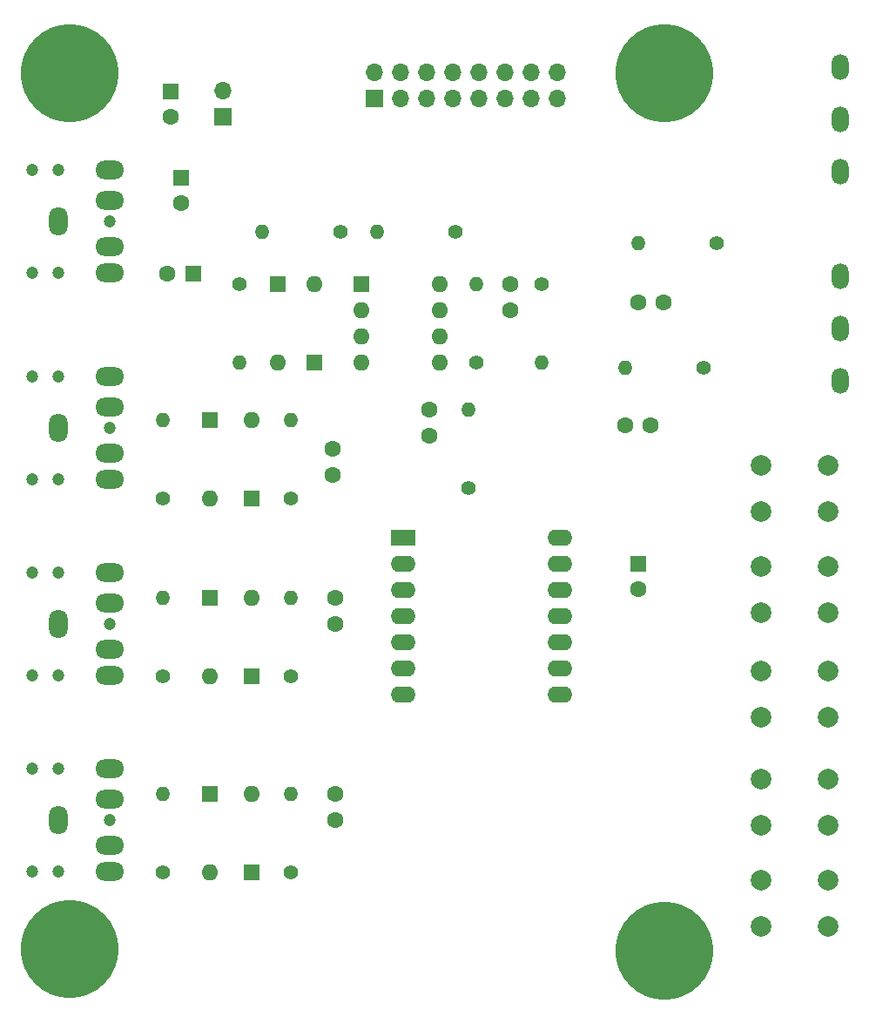
<source format=gbs>
%TF.GenerationSoftware,KiCad,Pcbnew,(6.0.1)*%
%TF.CreationDate,2022-09-22T07:34:11-04:00*%
%TF.ProjectId,SYNTH-VCO-01,53594e54-482d-4564-934f-2d30312e6b69,1*%
%TF.SameCoordinates,Original*%
%TF.FileFunction,Soldermask,Bot*%
%TF.FilePolarity,Negative*%
%FSLAX46Y46*%
G04 Gerber Fmt 4.6, Leading zero omitted, Abs format (unit mm)*
G04 Created by KiCad (PCBNEW (6.0.1)) date 2022-09-22 07:34:11*
%MOMM*%
%LPD*%
G01*
G04 APERTURE LIST*
%ADD10C,1.200000*%
%ADD11O,2.800000X1.800000*%
%ADD12O,1.800000X2.800000*%
%ADD13R,1.700000X1.700000*%
%ADD14O,1.700000X1.700000*%
%ADD15O,1.400000X1.400000*%
%ADD16C,1.400000*%
%ADD17R,1.600000X1.600000*%
%ADD18O,1.600000X1.600000*%
%ADD19C,1.600000*%
%ADD20C,9.525000*%
%ADD21O,1.651000X2.540000*%
%ADD22C,2.000000*%
%ADD23R,2.400000X1.600000*%
%ADD24O,2.400000X1.600000*%
G04 APERTURE END LIST*
D10*
%TO.C,J3*%
X88448000Y-57992000D03*
X88448000Y-67992000D03*
X90948000Y-57992000D03*
X95948000Y-62992000D03*
X90948000Y-67992000D03*
D11*
X95948000Y-57992000D03*
X95948000Y-60992000D03*
D12*
X90948000Y-62992000D03*
D11*
X95948000Y-67992000D03*
X95948000Y-65492000D03*
%TD*%
D13*
%TO.C,J1*%
X121666000Y-31050000D03*
D14*
X121666000Y-28510000D03*
X124206000Y-31050000D03*
X124206000Y-28510000D03*
X126746000Y-31050000D03*
X126746000Y-28510000D03*
X129286000Y-31050000D03*
X129286000Y-28510000D03*
X131826000Y-31050000D03*
X131826000Y-28510000D03*
X134366000Y-31050000D03*
X134366000Y-28510000D03*
X136906000Y-31050000D03*
X136906000Y-28510000D03*
X139446000Y-31050000D03*
X139446000Y-28510000D03*
%TD*%
D15*
%TO.C,R10*%
X113538000Y-62230000D03*
D16*
X113538000Y-69850000D03*
%TD*%
%TO.C,R9*%
X101092000Y-69850000D03*
D15*
X101092000Y-62230000D03*
%TD*%
D13*
%TO.C,H1*%
X106934000Y-32771000D03*
D14*
X106934000Y-30231000D03*
%TD*%
D17*
%TO.C,D3*%
X105664000Y-62230000D03*
D18*
X105664000Y-69850000D03*
%TD*%
D17*
%TO.C,C1*%
X101854000Y-30290888D03*
D19*
X101854000Y-32790888D03*
%TD*%
%TO.C,C8*%
X117602000Y-65044000D03*
X117602000Y-67544000D03*
%TD*%
D17*
%TO.C,C2*%
X102870000Y-38672888D03*
D19*
X102870000Y-41172888D03*
%TD*%
D17*
%TO.C,C9*%
X147320000Y-76200000D03*
D19*
X147320000Y-78700000D03*
%TD*%
D17*
%TO.C,D2*%
X115824000Y-56642000D03*
D18*
X115824000Y-49022000D03*
%TD*%
D20*
%TO.C,MTG2*%
X92075000Y-113665000D03*
%TD*%
D21*
%TO.C,RV2*%
X167005000Y-48260000D03*
X167005000Y-53340000D03*
X167005000Y-58420000D03*
%TD*%
D17*
%TO.C,D6*%
X109728000Y-87122000D03*
D18*
X109728000Y-79502000D03*
%TD*%
D17*
%TO.C,D8*%
X109728000Y-106172000D03*
D18*
X109728000Y-98552000D03*
%TD*%
D20*
%TO.C,MTG3*%
X149860000Y-28575000D03*
%TD*%
D22*
%TO.C,SW2*%
X165810000Y-76490000D03*
X159310000Y-76490000D03*
X159310000Y-80990000D03*
X165810000Y-80990000D03*
%TD*%
D17*
%TO.C,D5*%
X105664000Y-79502000D03*
D18*
X105664000Y-87122000D03*
%TD*%
D22*
%TO.C,SW1*%
X165810000Y-71120000D03*
X159310000Y-71120000D03*
X165810000Y-66620000D03*
X159310000Y-66620000D03*
%TD*%
D16*
%TO.C,R13*%
X101092000Y-106172000D03*
D15*
X101092000Y-98552000D03*
%TD*%
D16*
%TO.C,R3*%
X154940000Y-45085000D03*
D15*
X147320000Y-45085000D03*
%TD*%
D16*
%TO.C,R1*%
X118364000Y-43942000D03*
D15*
X110744000Y-43942000D03*
%TD*%
D10*
%TO.C,J5*%
X88448000Y-106092000D03*
X95948000Y-101092000D03*
X88448000Y-96092000D03*
X90948000Y-96092000D03*
X90948000Y-106092000D03*
D11*
X95948000Y-96092000D03*
X95948000Y-99092000D03*
D12*
X90948000Y-101092000D03*
D11*
X95948000Y-106092000D03*
X95948000Y-103592000D03*
%TD*%
D19*
%TO.C,C10*%
X117856000Y-79522000D03*
X117856000Y-82022000D03*
%TD*%
D22*
%TO.C,SW4*%
X159310000Y-101600000D03*
X165810000Y-101600000D03*
X159310000Y-97100000D03*
X165810000Y-97100000D03*
%TD*%
D19*
%TO.C,C6*%
X127000000Y-61234000D03*
X127000000Y-63734000D03*
%TD*%
D16*
%TO.C,R5*%
X131572000Y-56642000D03*
D15*
X131572000Y-49022000D03*
%TD*%
D16*
%TO.C,R11*%
X101092000Y-87122000D03*
D15*
X101092000Y-79502000D03*
%TD*%
D19*
%TO.C,C11*%
X117856000Y-98572000D03*
X117856000Y-101072000D03*
%TD*%
D17*
%TO.C,D1*%
X112268000Y-49022000D03*
D18*
X112268000Y-56642000D03*
%TD*%
D22*
%TO.C,SW3*%
X159310000Y-86650000D03*
X165810000Y-86650000D03*
X159310000Y-91150000D03*
X165810000Y-91150000D03*
%TD*%
D17*
%TO.C,D7*%
X105664000Y-98552000D03*
D18*
X105664000Y-106172000D03*
%TD*%
D17*
%TO.C,U2*%
X120406000Y-49032000D03*
D18*
X120406000Y-51572000D03*
X120406000Y-54112000D03*
X120406000Y-56652000D03*
X128026000Y-56652000D03*
X128026000Y-54112000D03*
X128026000Y-51572000D03*
X128026000Y-49032000D03*
%TD*%
D16*
%TO.C,R4*%
X108585000Y-49022000D03*
D15*
X108585000Y-56642000D03*
%TD*%
D17*
%TO.C,D4*%
X109728000Y-69850000D03*
D18*
X109728000Y-62230000D03*
%TD*%
D19*
%TO.C,C4*%
X134874000Y-49042000D03*
X134874000Y-51542000D03*
%TD*%
D16*
%TO.C,R7*%
X153670000Y-57150000D03*
D15*
X146050000Y-57150000D03*
%TD*%
D23*
%TO.C,U3*%
X124460000Y-73660000D03*
D24*
X124460000Y-76200000D03*
X124460000Y-78740000D03*
X124460000Y-81280000D03*
X124460000Y-83820000D03*
X124460000Y-86360000D03*
X124460000Y-88900000D03*
X139700000Y-88900000D03*
X139700000Y-86360000D03*
X139700000Y-83820000D03*
X139700000Y-81280000D03*
X139700000Y-78740000D03*
X139700000Y-76200000D03*
X139700000Y-73660000D03*
%TD*%
D20*
%TO.C,MTG4*%
X149860000Y-113792000D03*
%TD*%
%TO.C,MTG1*%
X92075000Y-28575000D03*
%TD*%
D16*
%TO.C,R14*%
X113538000Y-106172000D03*
D15*
X113538000Y-98552000D03*
%TD*%
D19*
%TO.C,C5*%
X147320000Y-50800000D03*
X149820000Y-50800000D03*
%TD*%
D16*
%TO.C,R2*%
X129540000Y-43942000D03*
D15*
X121920000Y-43942000D03*
%TD*%
D22*
%TO.C,SW5*%
X165810000Y-106970000D03*
X159310000Y-106970000D03*
X165810000Y-111470000D03*
X159310000Y-111470000D03*
%TD*%
D21*
%TO.C,RV1*%
X167005000Y-27945000D03*
X167005000Y-33025000D03*
X167005000Y-38105000D03*
%TD*%
D16*
%TO.C,R6*%
X137922000Y-49022000D03*
D15*
X137922000Y-56642000D03*
%TD*%
D16*
%TO.C,R8*%
X130810000Y-68834000D03*
D15*
X130810000Y-61214000D03*
%TD*%
D17*
%TO.C,C3*%
X104075113Y-48006000D03*
D19*
X101575113Y-48006000D03*
%TD*%
D10*
%TO.C,J4*%
X88448000Y-77042000D03*
X90948000Y-77042000D03*
X95948000Y-82042000D03*
X90948000Y-87042000D03*
X88448000Y-87042000D03*
D11*
X95948000Y-77042000D03*
X95948000Y-80042000D03*
D12*
X90948000Y-82042000D03*
D11*
X95948000Y-87042000D03*
X95948000Y-84542000D03*
%TD*%
D10*
%TO.C,J2*%
X90948000Y-37926000D03*
X88448000Y-37926000D03*
X90948000Y-47926000D03*
X95948000Y-42926000D03*
X88448000Y-47926000D03*
D11*
X95948000Y-37926000D03*
X95948000Y-40926000D03*
D12*
X90948000Y-42926000D03*
D11*
X95948000Y-47926000D03*
X95948000Y-45426000D03*
%TD*%
D16*
%TO.C,R12*%
X113538000Y-87122000D03*
D15*
X113538000Y-79502000D03*
%TD*%
D19*
%TO.C,C7*%
X146070000Y-62738000D03*
X148570000Y-62738000D03*
%TD*%
M02*

</source>
